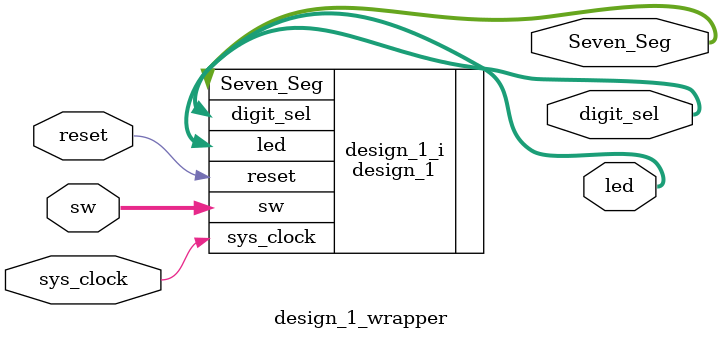
<source format=v>
`timescale 1 ps / 1 ps

module design_1_wrapper
   (Seven_Seg,
    digit_sel,
    led,
    reset,
    sw,
    sys_clock);
  output [7:0]Seven_Seg;
  output [3:0]digit_sel;
  output [3:0]led;
  input reset;
  input [4:0]sw;
  input sys_clock;

  wire [7:0]Seven_Seg;
  wire [3:0]digit_sel;
  wire [3:0]led;
  wire reset;
  wire [4:0]sw;
  wire sys_clock;

  design_1 design_1_i
       (.Seven_Seg(Seven_Seg),
        .digit_sel(digit_sel),
        .led(led),
        .reset(reset),
        .sw(sw),
        .sys_clock(sys_clock));
endmodule

</source>
